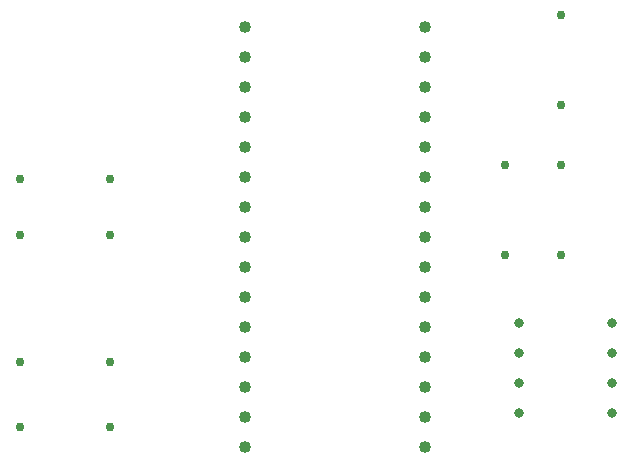
<source format=gbr>
%TF.GenerationSoftware,Altium Limited,Altium Designer,23.9.2 (47)*%
G04 Layer_Color=0*
%FSLAX45Y45*%
%MOMM*%
%TF.SameCoordinates,069DA617-DDAF-4FD6-95A1-D134820B9D42*%
%TF.FilePolarity,Positive*%
%TF.FileFunction,Plated,1,2,PTH,Drill*%
%TF.Part,Single*%
G01*
G75*
%TA.AperFunction,ComponentDrill*%
%ADD27C,1.01600*%
%ADD28C,0.76200*%
%ADD29C,0.80000*%
%ADD30C,0.76200*%
D27*
X2450999Y404002D02*
D03*
Y658002D02*
D03*
Y912002D02*
D03*
Y1166002D02*
D03*
Y1420002D02*
D03*
Y1674002D02*
D03*
Y1928002D02*
D03*
Y2182002D02*
D03*
Y2436002D02*
D03*
Y2690002D02*
D03*
Y2944002D02*
D03*
Y3198002D02*
D03*
Y3452002D02*
D03*
Y3706002D02*
D03*
Y3960002D02*
D03*
X3974999D02*
D03*
Y3706002D02*
D03*
Y3452002D02*
D03*
Y3198002D02*
D03*
Y2944002D02*
D03*
Y2690002D02*
D03*
Y2436002D02*
D03*
Y2182002D02*
D03*
Y1928002D02*
D03*
Y1674002D02*
D03*
Y1420002D02*
D03*
Y1166002D02*
D03*
Y912002D02*
D03*
Y658002D02*
D03*
Y404002D02*
D03*
D28*
X4649998Y2787000D02*
D03*
Y2025000D02*
D03*
X5125000Y4061999D02*
D03*
Y3299999D02*
D03*
Y2025000D02*
D03*
Y2787000D02*
D03*
D29*
X4763004Y942000D02*
D03*
Y1196000D02*
D03*
Y688000D02*
D03*
Y1450000D02*
D03*
X5550003Y688000D02*
D03*
Y1450000D02*
D03*
Y942000D02*
D03*
Y1196000D02*
D03*
D30*
X1300003Y1124997D02*
D03*
X538003D02*
D03*
X1299998Y2675001D02*
D03*
X537998D02*
D03*
Y2200001D02*
D03*
X1299998D02*
D03*
Y575000D02*
D03*
X537998D02*
D03*
%TF.MD5,ec09b764ac4b57bb817a2817d13d2e36*%
M02*

</source>
